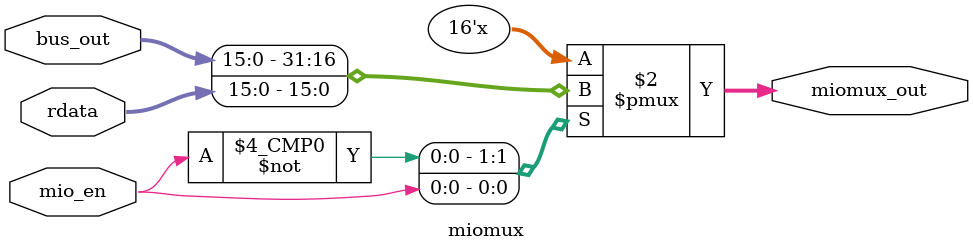
<source format=sv>
module miomux(
    input logic mio_en,
    input logic [15:0] bus_out,
    input logic [15:0] rdata,
    output logic [15:0] miomux_out
    );
    
    always_comb begin
        case (mio_en)
            1'b0: miomux_out = bus_out;
            1'b1: miomux_out = rdata;
            default: miomux_out = 16'b0;
        endcase
    end
    
endmodule

</source>
